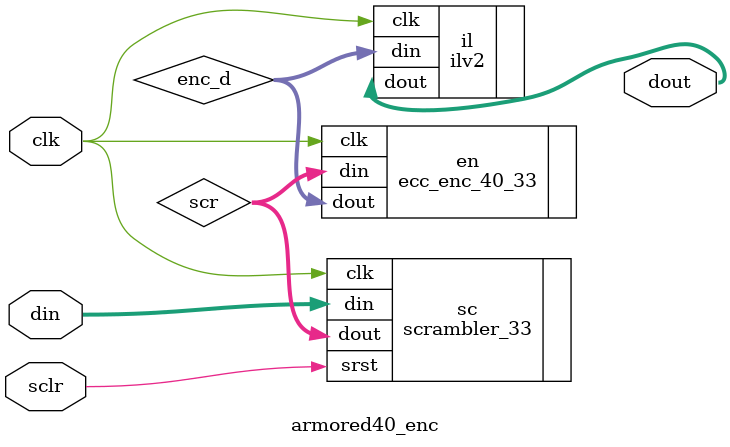
<source format=v>
`timescale 1 ps / 1 ps

// baeckler - 04-01-2013

module armored40_enc #(
	parameter TARGET_CHIP = 2,
	parameter SCRAM_INIT = 33'h12345678
)(
	input clk,
	input sclr,
	input [32:0] din,
	output [39:0] dout
);

//////////////////////////////////////////////////////////
// scrambler

wire [32:0] scr;
scrambler_33 sc (
	.clk(clk),
	.srst(sclr),
	.din(din),		// bit 0 is to be sent first
	.dout(scr)
);

defparam sc .TARGET_CHIP = TARGET_CHIP;
defparam sc .WIDTH = 33;
defparam sc .SCRAM_INIT = SCRAM_INIT;


//////////////////////////////////////////////////////////
// ecc encoder

wire [39:0] enc_d;
ecc_enc_40_33 en (
    .clk(clk),
    .din(scr),
    .dout(enc_d)
);
defparam en .TARGET_CHIP = TARGET_CHIP;

//////////////////////////////////////////////////////////
// interleave 2 words

ilv2 il (
	.clk(clk),
	.din(enc_d),
	.dout(dout)
);
defparam il .WIDTH = 40;

endmodule


</source>
